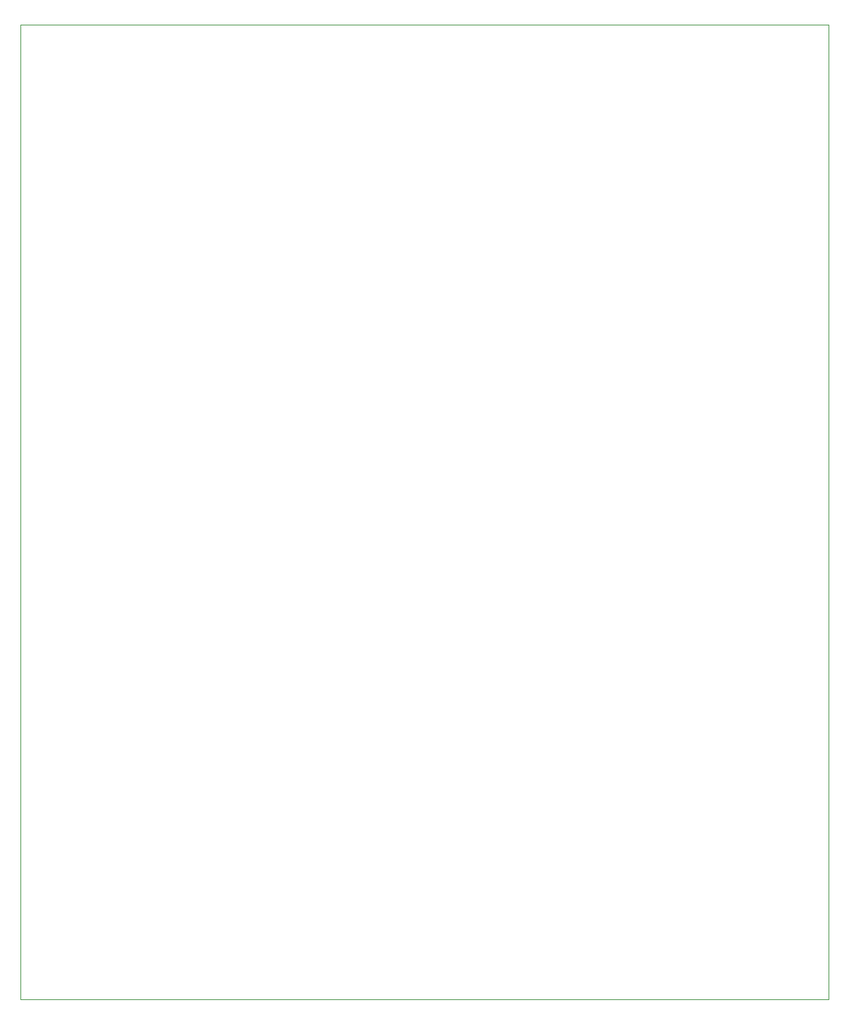
<source format=gm1>
G04 #@! TF.FileFunction,Profile,NP*
%FSLAX46Y46*%
G04 Gerber Fmt 4.6, Leading zero omitted, Abs format (unit mm)*
G04 Created by KiCad (PCBNEW 4.0.6) date 10/30/17 03:38:26*
%MOMM*%
%LPD*%
G01*
G04 APERTURE LIST*
%ADD10C,0.100000*%
G04 APERTURE END LIST*
D10*
X97000000Y0D02*
X0Y0D01*
X97000000Y117000000D02*
X97000000Y0D01*
X0Y117000000D02*
X97000000Y117000000D01*
X0Y0D02*
X0Y117000000D01*
M02*

</source>
